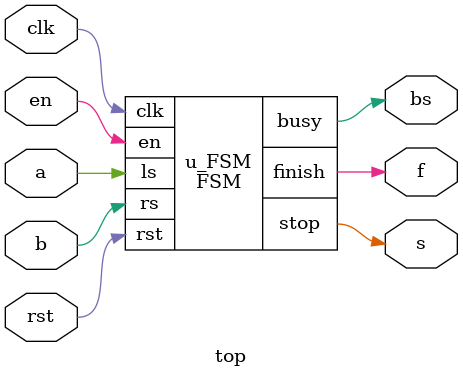
<source format=v>
module FSM ( clk,rst, en, ls, rs, stop, busy, finish);
	input wire clk;
	input wire rst;
	input wire en;
	input wire ls;
	input wire rs;

	output wire stop;
	output wire busy;
	output wire finish;
	
    parameter S0 = 4'b0000, S1 = 4'b0001, S2 = 4'b0010, S3 = 4'b0011, S4 = 4'b0100, S5 = 4'b0101, S6 = 4'b0110, S7 = 4'b0111, S8 = 4'b1000, S9 = 4'b1001, S10 = 4'b1010, S11 = 4'b1011, S12 = 4'b1100, S13 = 4'b1101, S14 = 4'b1110;
	
	reg [3:0] ns, st;

	reg [2:0] count;


	always @(posedge clk)
	begin : CurrstProc
		if (rst)
			st <= S0;
		else
			st <= ns;
	end

	always @*
	begin : NextstProc
		ns = st;
		case (st)
			S0: ns = S1;
			S1: ns = S2;
			S2:
				if (rs == 1'b1)
					ns = S3;
				else
					ns = S4;
			S3: ns = S1;
			S4: if (count > 7)
					ns = S10;
				else
					ns = S5;
			S5: if (ls == 1'b0)
					ns = S6;
				else
					ns = S3;
			S6:
				if (ls == 1'b1)
					ns = S7;
				else
					ns = S8;
			S7:
				if (ls == 1'b1 && rs == 1'b1)
					ns = S5;
				else
					ns = S13;
			S8: ns = S9;
			S9: ns = S8;
			S10:
				if (ls == 1'b1 || rs == 1'b1)
					ns = S11;
				else
					ns = S4;
			S11: ns = S12;
			S12: ns = S10;
			S13: ;
			default: ns = S0;
		endcase;
	end
	
	always @(posedge clk)
		if(~rst)
			count <= 0;
		else
		begin
			if(st == S4)
				if (count > 7)
					count <= 0;
				else
					count <= count + 1;
		end

	//FSM outputs (combinatorial)

	assign stop   = (st == S3 || st == S12) ? 1'b1 : 1'b0;

	assign finish = (st == S13) ? 1'b1 : 1'b0;

	assign busy   = (st == S8 || st == S9) ? 1'b1 : 1'b0;

endmodule


module top (
input clk,
input rst,
input en,
input a,
input b,
output s,
output bs,
output f
);

FSM u_FSM ( .clk(clk),
            .rst(rst), 
            .en(en), 
            .ls(a), 
            .rs(b), 
            .stop(s), 
            .busy(bs), 
            .finish(f));

endmodule

</source>
